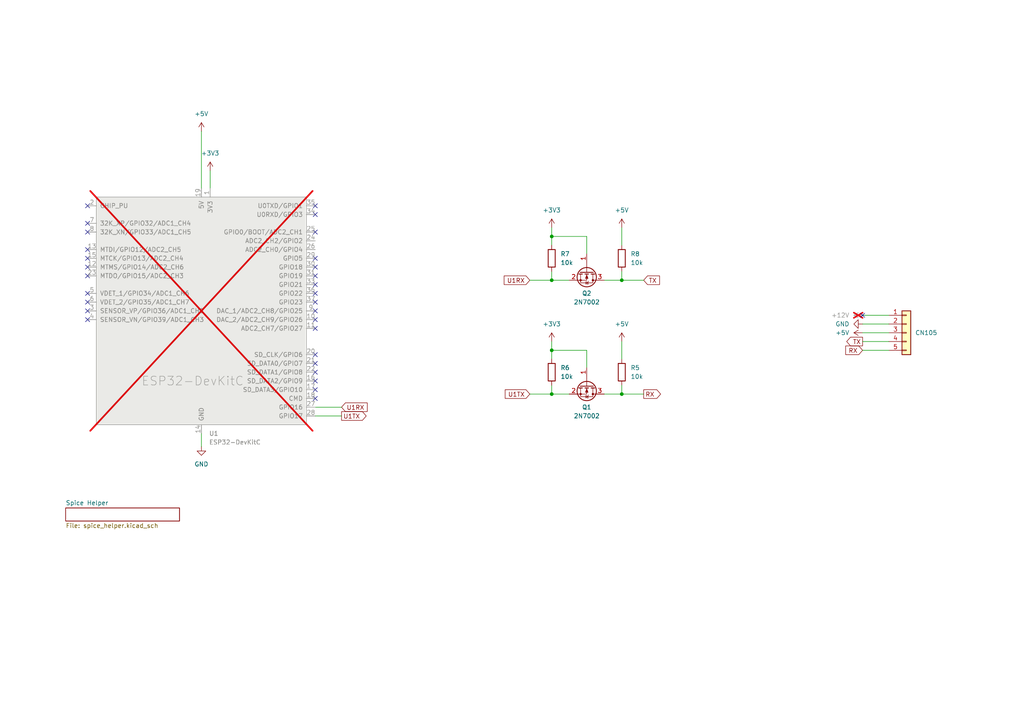
<source format=kicad_sch>
(kicad_sch (version 20230121) (generator eeschema)
  (paper "A4")
  (title_block (title "MEL CN105 Adapter") (date "24.12.2023"))
  (lib_symbols
    (symbol "Connector_Generic:Conn_01x05" (pin_names (offset 1.016) hide)
      (property "Reference" "J" (at 0 7.62 0))
      (property "Value" "Conn_01x05" (at 0 -7.62 0))
      (symbol "Conn_01x05_1_1"
        (rectangle (start -1.27 -4.953) (end 0 -5.207) (stroke (width 0.1524)))
        (rectangle (start -1.27 -2.413) (end 0 -2.667) (stroke (width 0.1524)))
        (rectangle (start -1.27 0.127) (end 0 -0.127) (stroke (width 0.1524)))
        (rectangle (start -1.27 2.667) (end 0 2.413) (stroke (width 0.1524)))
        (rectangle (start -1.27 5.207) (end 0 4.953) (stroke (width 0.1524)))
        (rectangle (start -1.27 6.35) (end 1.27 -6.35) (stroke (width 0.254)) (fill (type background)))
        (pin passive line (at -5.08 5.08 0) (length 3.81) (name "Pin_1") (number "1"))
        (pin passive line (at -5.08 2.54 0) (length 3.81) (name "Pin_2") (number "2"))
        (pin passive line (at -5.08 0 0) (length 3.81) (name "Pin_3") (number "3"))
        (pin passive line (at -5.08 -2.54 0) (length 3.81) (name "Pin_4") (number "4"))
        (pin passive line (at -5.08 -5.08 0) (length 3.81) (name "Pin_5") (number "5"))
      )
    )
    (symbol "Device:R" (pin_numbers hide) (pin_names (offset 0))
      (property "Reference" "R" (at 2.032 0 90))
      (property "Value" "R" (at 0 0 90))
      (symbol "R_0_1"
        (rectangle (start -1.016 -2.54) (end 1.016 2.54) (stroke (width 0.254)))
      )
      (symbol "R_1_1"
        (pin passive line (at 0 3.81 270) (length 1.27) (name "~") (number "1"))
        (pin passive line (at 0 -3.81 90) (length 1.27) (name "~") (number "2"))
      )
    )
    (symbol "PCM_Espressif:ESP32-DevKitC" (pin_names (offset 1.016))
      (property "Reference" "U" (at -30.48 38.1 0))
      (property "Value" "ESP32-DevKitC" (at -30.48 35.56 0))
      (symbol "ESP32-DevKitC_0_0"
        (text "ESP32-DevKitC" (at -2.54 -20.32 0) (effects (font (size 2.54 2.54))))
        (pin power_in line (at 0 -35.56 90) (length 2.54) (name "GND") (number "14"))
        (pin power_in line (at 0 35.56 270) (length 2.54) (name "5V") (number "19"))
      )
      (symbol "ESP32-DevKitC_0_1"
        (rectangle (start -30.48 33.02) (end 30.48 -33.02) (fill (type background)))
      )
      (symbol "ESP32-DevKitC_1_1"
        (pin power_in line (at 2.54 35.56 270) (length 2.54) (name "3V3") (number "1"))
        (pin bidirectional line (at 33.02 -2.54 180) (length 2.54) (name "DAC_2/ADC2_CH9/GPIO26") (number "10"))
        (pin bidirectional line (at 33.02 -5.08 180) (length 2.54) (name "ADC2_CH7/GPIO27") (number "11"))
        (pin bidirectional line (at -33.02 12.7 0) (length 2.54) (name "MTMS/GPIO14/ADC2_CH6") (number "12"))
        (pin bidirectional line (at -33.02 17.78 0) (length 2.54) (name "MTDI/GPIO12/ADC2_CH5") (number "13"))
        (pin bidirectional line (at -33.02 15.24 0) (length 2.54) (name "MTCK/GPIO13/ADC2_CH4") (number "15"))
        (pin bidirectional line (at 33.02 -20.32 180) (length 2.54) (name "SD_DATA2/GPIO9") (number "16"))
        (pin bidirectional line (at 33.02 -22.86 180) (length 2.54) (name "SD_DATA3/GPIO10") (number "17"))
        (pin bidirectional line (at 33.02 -25.4 180) (length 2.54) (name "CMD") (number "18"))
        (pin input line (at -33.02 30.48 0) (length 2.54) (name "CHIP_PU") (number "2"))
        (pin bidirectional line (at 33.02 -12.7 180) (length 2.54) (name "SD_CLK/GPIO6") (number "20"))
        (pin bidirectional line (at 33.02 -15.24 180) (length 2.54) (name "SD_DATA0/GPIO7") (number "21"))
        (pin bidirectional line (at 33.02 -17.78 180) (length 2.54) (name "SD_DATA1/GPIO8") (number "22"))
        (pin bidirectional line (at -33.02 10.16 0) (length 2.54) (name "MTDO/GPIO15/ADC2_CH3") (number "23"))
        (pin bidirectional line (at 33.02 20.32 180) (length 2.54) (name "ADC2_CH2/GPIO2") (number "24"))
        (pin bidirectional line (at 33.02 22.86 180) (length 2.54) (name "GPIO0/BOOT/ADC2_CH1") (number "25"))
        (pin bidirectional line (at 33.02 17.78 180) (length 2.54) (name "ADC2_CH0/GPIO4") (number "26"))
        (pin bidirectional line (at 33.02 -27.94 180) (length 2.54) (name "GPIO16") (number "27"))
        (pin bidirectional line (at 33.02 -30.48 180) (length 2.54) (name "GPIO17") (number "28"))
        (pin bidirectional line (at 33.02 15.24 180) (length 2.54) (name "GPIO5") (number "29"))
        (pin input line (at -33.02 0 0) (length 2.54) (name "SENSOR_VP/GPIO36/ADC1_CH0") (number "3"))
        (pin bidirectional line (at 33.02 12.7 180) (length 2.54) (name "GPIO18") (number "30"))
        (pin bidirectional line (at 33.02 10.16 180) (length 2.54) (name "GPIO19") (number "31"))
        (pin passive line (at 0 -35.56 90) (length 2.54) hide (name "GND") (number "32"))
        (pin bidirectional line (at 33.02 7.62 180) (length 2.54) (name "GPIO21") (number "33"))
        (pin bidirectional line (at 33.02 27.94 180) (length 2.54) (name "U0RXD/GPIO3") (number "34"))
        (pin bidirectional line (at 33.02 30.48 180) (length 2.54) (name "U0TXD/GPIO1") (number "35"))
        (pin bidirectional line (at 33.02 5.08 180) (length 2.54) (name "GPIO22") (number "36"))
        (pin bidirectional line (at 33.02 2.54 180) (length 2.54) (name "GPIO23") (number "37"))
        (pin passive line (at 0 -35.56 90) (length 2.54) hide (name "GND") (number "38"))
        (pin input line (at -33.02 -2.54 0) (length 2.54) (name "SENSOR_VN/GPIO39/ADC1_CH3") (number "4"))
        (pin input line (at -33.02 5.08 0) (length 2.54) (name "VDET_1/GPIO34/ADC1_CH6") (number "5"))
        (pin input line (at -33.02 2.54 0) (length 2.54) (name "VDET_2/GPIO35/ADC1_CH7") (number "6"))
        (pin bidirectional line (at -33.02 25.4 0) (length 2.54) (name "32K_XP/GPIO32/ADC1_CH4") (number "7"))
        (pin bidirectional line (at -33.02 22.86 0) (length 2.54) (name "32K_XN/GPIO33/ADC1_CH5") (number "8"))
        (pin bidirectional line (at 33.02 0 180) (length 2.54) (name "DAC_1/ADC2_CH8/GPIO25") (number "9"))
      )
    )
    (symbol "Transistor_FET:2N7002" (pin_names hide)
      (property "Reference" "Q" (at 5.08 1.905 0))
      (property "Value" "2N7002" (at 5.08 0 0))
      (symbol "2N7002_0_1"
        (polyline (pts (xy 0.254 0) (xy -2.54 0)))
        (polyline (pts (xy 0.254 1.905) (xy 0.254 -1.905)) (stroke (width 0.254)))
        (polyline (pts (xy 0.762 -1.27) (xy 0.762 -2.286)) (stroke (width 0.254)))
        (polyline (pts (xy 0.762 0.508) (xy 0.762 -0.508)) (stroke (width 0.254)))
        (polyline (pts (xy 0.762 2.286) (xy 0.762 1.27)) (stroke (width 0.254)))
        (polyline (pts (xy 2.54 2.54) (xy 2.54 1.778)))
        (polyline (pts (xy 2.54 -2.54) (xy 2.54 0) (xy 0.762 0)))
        (polyline (pts (xy 0.762 -1.778) (xy 3.302 -1.778) (xy 3.302 1.778) (xy 0.762 1.778)))
        (polyline (pts (xy 1.016 0) (xy 2.032 0.381) (xy 2.032 -0.381) (xy 1.016 0)) (fill (type outline)))
        (polyline (pts (xy 2.794 0.508) (xy 2.921 0.381) (xy 3.683 0.381) (xy 3.81 0.254)))
        (polyline (pts (xy 3.302 0.381) (xy 2.921 -0.254) (xy 3.683 -0.254) (xy 3.302 0.381)))
        (circle (center 1.651 0) (radius 2.794) (stroke (width 0.254)))
        (circle (center 2.54 -1.778) (radius 0.254) (fill (type outline)))
        (circle (center 2.54 1.778) (radius 0.254) (fill (type outline)))
      )
      (symbol "2N7002_1_1"
        (pin input line (at -5.08 0 0) (length 2.54) (name "G") (number "1"))
        (pin passive line (at 2.54 -5.08 90) (length 2.54) (name "S") (number "2"))
        (pin passive line (at 2.54 5.08 270) (length 2.54) (name "D") (number "3"))
      )
    )
    (symbol "power:+12V" (power) (pin_names (offset 0))
      (property "Value" "+12V" (at 0 3.556 0))
      (symbol "+12V_0_1"
        (polyline (pts (xy -0.762 1.27) (xy 0 2.54)))
        (polyline (pts (xy 0 0) (xy 0 2.54)))
        (polyline (pts (xy 0 2.54) (xy 0.762 1.27)))
      )
      (symbol "+12V_1_1"
        (pin power_in line (at 0 0 90) (length 0) hide (name "+12V") (number "1"))
      )
    )
    (symbol "power:+3V3" (power) (pin_names (offset 0))
      (property "Value" "+3V3" (at 0 3.556 0))
      (symbol "+3V3_0_1"
        (polyline (pts (xy -0.762 1.27) (xy 0 2.54)))
        (polyline (pts (xy 0 0) (xy 0 2.54)))
        (polyline (pts (xy 0 2.54) (xy 0.762 1.27)))
      )
      (symbol "+3V3_1_1"
        (pin power_in line (at 0 0 90) (length 0) hide (name "+3V3") (number "1"))
      )
    )
    (symbol "power:+5V" (power) (pin_names (offset 0))
      (property "Value" "+5V" (at 0 3.556 0))
      (symbol "+5V_0_1"
        (polyline (pts (xy -0.762 1.27) (xy 0 2.54)))
        (polyline (pts (xy 0 0) (xy 0 2.54)))
        (polyline (pts (xy 0 2.54) (xy 0.762 1.27)))
      )
      (symbol "+5V_1_1"
        (pin power_in line (at 0 0 90) (length 0) hide (name "+5V") (number "1"))
      )
    )
    (symbol "power:GND" (power) (pin_names (offset 0))
      (property "Value" "GND" (at 0 -3.81 0))
      (symbol "GND_0_1"
        (polyline (pts (xy 0 0) (xy 0 -1.27) (xy 1.27 -1.27) (xy 0 -2.54) (xy -1.27 -1.27) (xy 0 -1.27)))
      )
      (symbol "GND_1_1"
        (pin power_in line (at 0 0 270) (length 0) hide (name "GND") (number "1"))
      )
    )
  )
  (junction (at 160.02 68.58))
  (junction (at 180.34 114.3))
  (junction (at 160.02 101.6))
  (junction (at 180.34 81.28))
  (junction (at 160.02 114.3))
  (junction (at 160.02 81.28))
  (no_connect (at 250.19 91.44))
  (no_connect (at 25.4 72.39))
  (no_connect (at 91.44 115.57))
  (no_connect (at 91.44 77.47))
  (no_connect (at 25.4 59.69))
  (no_connect (at 25.4 87.63))
  (no_connect (at 91.44 87.63))
  (no_connect (at 91.44 110.49))
  (no_connect (at 91.44 67.31))
  (no_connect (at 91.44 85.09))
  (no_connect (at 91.44 62.23))
  (no_connect (at 25.4 77.47))
  (no_connect (at 91.44 107.95))
  (no_connect (at 25.4 74.93))
  (no_connect (at 25.4 85.09))
  (no_connect (at 91.44 105.41))
  (no_connect (at 91.44 74.93))
  (no_connect (at 25.4 90.17))
  (no_connect (at 25.4 64.77))
  (no_connect (at 91.44 82.55))
  (no_connect (at 91.44 90.17))
  (no_connect (at 25.4 92.71))
  (no_connect (at 91.44 113.03))
  (no_connect (at 91.44 80.01))
  (no_connect (at 91.44 95.25))
  (no_connect (at 91.44 102.87))
  (no_connect (at 91.44 92.71))
  (no_connect (at 91.44 59.69))
  (no_connect (at 25.4 67.31))
  (no_connect (at 25.4 80.01))
  (wire (pts (xy 170.18 101.6) (xy 160.02 101.6)))
  (wire (pts (xy 250.19 91.44) (xy 257.81 91.44)))
  (wire (pts (xy 153.67 114.3) (xy 160.02 114.3)))
  (wire (pts (xy 175.26 114.3) (xy 180.34 114.3)))
  (wire (pts (xy 58.42 125.73) (xy 58.42 129.54)))
  (wire (pts (xy 160.02 111.76) (xy 160.02 114.3)))
  (wire (pts (xy 91.44 118.11) (xy 99.06 118.11)))
  (wire (pts (xy 160.02 66.04) (xy 160.02 68.58)))
  (wire (pts (xy 175.26 81.28) (xy 180.34 81.28)))
  (wire (pts (xy 250.19 101.6) (xy 257.81 101.6)))
  (wire (pts (xy 170.18 73.66) (xy 170.18 68.58)))
  (wire (pts (xy 160.02 99.06) (xy 160.02 101.6)))
  (wire (pts (xy 180.34 78.74) (xy 180.34 81.28)))
  (wire (pts (xy 91.44 120.65) (xy 99.06 120.65)))
  (wire (pts (xy 160.02 78.74) (xy 160.02 81.28)))
  (wire (pts (xy 160.02 114.3) (xy 165.1 114.3)))
  (wire (pts (xy 160.02 68.58) (xy 160.02 71.12)))
  (wire (pts (xy 180.34 111.76) (xy 180.34 114.3)))
  (wire (pts (xy 180.34 66.04) (xy 180.34 71.12)))
  (wire (pts (xy 250.19 99.06) (xy 257.81 99.06)))
  (wire (pts (xy 160.02 81.28) (xy 165.1 81.28)))
  (wire (pts (xy 180.34 99.06) (xy 180.34 104.14)))
  (wire (pts (xy 180.34 114.3) (xy 186.69 114.3)))
  (wire (pts (xy 250.19 96.52) (xy 257.81 96.52)))
  (wire (pts (xy 180.34 81.28) (xy 186.69 81.28)))
  (wire (pts (xy 153.67 81.28) (xy 160.02 81.28)))
  (wire (pts (xy 160.02 101.6) (xy 160.02 104.14)))
  (wire (pts (xy 250.19 93.98) (xy 257.81 93.98)))
  (wire (pts (xy 58.42 38.1) (xy 58.42 54.61)))
  (wire (pts (xy 60.96 49.53) (xy 60.96 54.61)))
  (wire (pts (xy 170.18 101.6) (xy 170.18 106.68)))
  (wire (pts (xy 170.18 68.58) (xy 160.02 68.58)))
  (global_label "RX" (shape input) (at 250.19 101.6 180) (property "Intersheetrefs" "${INTERSHEET_REFS}" (effects hide)))
  (global_label "TX" (shape output) (at 250.19 99.06 180) (property "Intersheetrefs" "${INTERSHEET_REFS}" (effects hide)))
  (global_label "U1RX" (shape input) (at 153.67 81.28 180) (property "Intersheetrefs" "${INTERSHEET_REFS}" (effects hide)))
  (global_label "U1RX" (shape input) (at 99.06 118.11 0) (property "Intersheetrefs" "${INTERSHEET_REFS}" (effects hide)))
  (global_label "TX" (shape input) (at 186.69 81.28 0) (property "Intersheetrefs" "${INTERSHEET_REFS}" (effects hide)))
  (global_label "U1TX" (shape output) (at 99.06 120.65 0) (property "Intersheetrefs" "${INTERSHEET_REFS}" (effects hide)))
  (global_label "RX" (shape output) (at 186.69 114.3 0) (property "Intersheetrefs" "${INTERSHEET_REFS}" (effects hide)))
  (global_label "U1TX" (shape input) (at 153.67 114.3 180) (property "Intersheetrefs" "${INTERSHEET_REFS}" (effects hide)))
  (symbol (lib_id "PCM_Espressif:ESP32-DevKitC") (at 58.42 90.17 0) (unit 1) (in_bom no) (dnp yes)
    (property "Reference" "U1" (at 60.6141 125.73 0) (effects (justify left)))
    (property "Value" "ESP32-DevKitC" (at 60.6141 128.27 0) (effects (justify left)))
    (property "Footprint" "Custom_PCM_Espressif:ESP32-DevKitC (no overhang)" (effects hide))
    (property "Datasheet" "https://docs.espressif.com/projects/esp-idf/zh_CN/latest/esp32/hw-reference/esp32/get-started-devkitc.html" (effects hide))
    (property "Sim.Enable" "0" (effects hide))
  )
  (symbol (lib_id "power:+5V") (at 180.34 66.04 0) (unit 1)
    (property "Reference" "#PWR08" (effects hide))
    (property "Value" "+5V" (at 180.34 60.96 0))
    (property "Sim.Enable" "0" (effects hide))
  )
  (symbol (lib_id "Device:R") (at 180.34 74.93 0) (unit 1)
    (property "Reference" "R8" (at 182.88 73.66 0) (effects (justify left)))
    (property "Value" "10k" (at 182.88 76.2 0) (effects (justify left)))
    (property "Footprint" "Resistor_SMD:R_0603_1608Metric_Pad0.98x0.95mm_HandSolder" (effects hide))
    (property "JLC" "C22966" (effects hide))
  )
  (symbol (lib_id "Transistor_FET:2N7002") (at 170.18 78.74 270) (unit 1)
    (property "Reference" "Q2" (at 170.18 85.09 90))
    (property "Value" "2N7002" (at 170.18 87.63 90))
    (property "Footprint" "Package_TO_SOT_SMD:SOT-23" (effects hide))
    (property "Datasheet" "https://www.onsemi.com/pub/Collateral/NDS7002A-D.PDF" (effects hide))
    (property "Sim.Library" "KiCad-Spice-Library/Models/uncategorized/spice_complete/supertex.lib" (effects hide))
    (property "Sim.Name" "2N7002" (effects hide))
    (property "Sim.Device" "NMOS" (effects hide))
    (property "Sim.Type" "MOS1" (effects hide))
    (property "Sim.Pins" "1=G 2=S 3=D" (effects hide))
  )
  (symbol (lib_id "power:GND") (at 58.42 129.54 0) (unit 1)
    (property "Reference" "#PWR010" (effects hide))
    (property "Value" "GND" (at 58.42 134.62 0))
    (property "Sim.Enable" "0" (effects hide))
  )
  (symbol (lib_id "Device:R") (at 160.02 107.95 0) (unit 1)
    (property "Reference" "R6" (at 162.56 106.68 0) (effects (justify left)))
    (property "Value" "10k" (at 162.56 109.22 0) (effects (justify left)))
    (property "Footprint" "Resistor_SMD:R_0603_1608Metric_Pad0.98x0.95mm_HandSolder" (effects hide))
    (property "JLC" "C22966" (effects hide))
    (property "Sim.Device" "R" (effects hide))
    (property "Sim.Pins" "1=+ 2=-" (effects hide))
  )
  (symbol (lib_id "power:GND") (at 250.19 93.98 270) (unit 1)
    (property "Reference" "#PWR06" (effects hide))
    (property "Value" "GND" (at 246.38 93.98 90) (effects (justify right)))
    (property "Sim.Enable" "0" (effects hide))
  )
  (symbol (lib_id "power:+5V") (at 180.34 99.06 0) (unit 1)
    (property "Reference" "#PWR07" (effects hide))
    (property "Value" "+5V" (at 180.34 93.98 0))
    (property "Sim.Enable" "0" (effects hide))
  )
  (symbol (lib_id "Transistor_FET:2N7002") (at 170.18 111.76 270) (unit 1)
    (property "Reference" "Q1" (at 170.18 118.11 90))
    (property "Value" "2N7002" (at 170.18 120.65 90))
    (property "Footprint" "Package_TO_SOT_SMD:SOT-23" (effects hide))
    (property "Datasheet" "https://www.onsemi.com/pub/Collateral/NDS7002A-D.PDF" (effects hide))
    (property "Sim.Library" "KiCad-Spice-Library/Models/uncategorized/spice_complete/supertex.lib" (effects hide))
    (property "Sim.Name" "2N7002" (effects hide))
    (property "Sim.Device" "NMOS" (effects hide))
    (property "Sim.Type" "MOS1" (effects hide))
    (property "Sim.Pins" "1=G 2=S 3=D" (effects hide))
  )
  (symbol (lib_id "Device:R") (at 180.34 107.95 0) (unit 1)
    (property "Reference" "R5" (at 182.88 106.68 0) (effects (justify left)))
    (property "Value" "10k" (at 182.88 109.22 0) (effects (justify left)))
    (property "Footprint" "Resistor_SMD:R_0603_1608Metric_Pad0.98x0.95mm_HandSolder" (effects hide))
    (property "JLC" "C22966" (effects hide))
  )
  (symbol (lib_id "Device:R") (at 160.02 74.93 0) (unit 1)
    (property "Reference" "R7" (at 162.56 73.66 0) (effects (justify left)))
    (property "Value" "10k" (at 162.56 76.2 0) (effects (justify left)))
    (property "Footprint" "Resistor_SMD:R_0603_1608Metric_Pad0.98x0.95mm_HandSolder" (effects hide))
    (property "JLC" "C22966" (effects hide))
  )
  (symbol (lib_id "power:+3V3") (at 160.02 99.06 0) (unit 1)
    (property "Reference" "#PWR020" (effects hide))
    (property "Value" "+3V3" (at 160.02 93.98 0))
  )
  (symbol (lib_id "Connector_Generic:Conn_01x05") (at 262.89 96.52 0) (unit 1)
    (property "Reference" "CN105" (at 265.43 96.52 0) (effects (justify left)))
    (property "Footprint" "Custom_Connector_JST_PA:JST_PA_SM05B-PASS_1x5_P2.00mm_Horizontal" (effects hide))
    (property "JLC" "C379014" (effects hide))
    (property "Sim.Enable" "0" (effects hide))
  )
  (symbol (lib_id "power:+5V") (at 250.19 96.52 90) (unit 1)
    (property "Reference" "#PWR03" (effects hide))
    (property "Value" "+5V" (at 246.38 96.52 90) (effects (justify left)))
    (property "Sim.Enable" "0" (effects hide))
  )
  (symbol (lib_id "power:+5V") (at 58.42 38.1 0) (unit 1)
    (property "Reference" "#PWR013" (effects hide))
    (property "Value" "+5V" (at 58.42 33.02 0))
    (property "Sim.Enable" "0" (effects hide))
  )
  (symbol (lib_id "power:+3V3") (at 160.02 66.04 0) (unit 1)
    (property "Reference" "#PWR09" (effects hide))
    (property "Value" "+3V3" (at 160.02 60.96 0))
  )
  (symbol (lib_id "power:+3V3") (at 60.96 49.53 0) (unit 1)
    (property "Reference" "#PWR015" (effects hide))
    (property "Value" "+3V3" (at 60.96 44.45 0))
    (property "Sim.Enable" "0" (effects hide))
  )
  (symbol (lib_id "power:+12V") (at 250.19 91.44 90) (unit 1) (in_bom no) (on_board no) (dnp yes)
    (property "Reference" "#PWR019" (effects hide))
    (property "Value" "+12V" (at 246.38 91.44 90) (effects (justify left)))
    (property "Sim.Enable" "0" (effects hide))
  )
  (sheet (at 19.05 147.32) (size 33.02 3.81) (stroke (width 0.1524))
    (property "Sheetname" "Spice Helper" (at 19.05 146.6084 0) (effects (justify left bottom)))
    (property "Sheetfile" "spice_helper.kicad_sch" (at 19.05 151.7146 0) (effects (justify left top)))
  )
)
</source>
